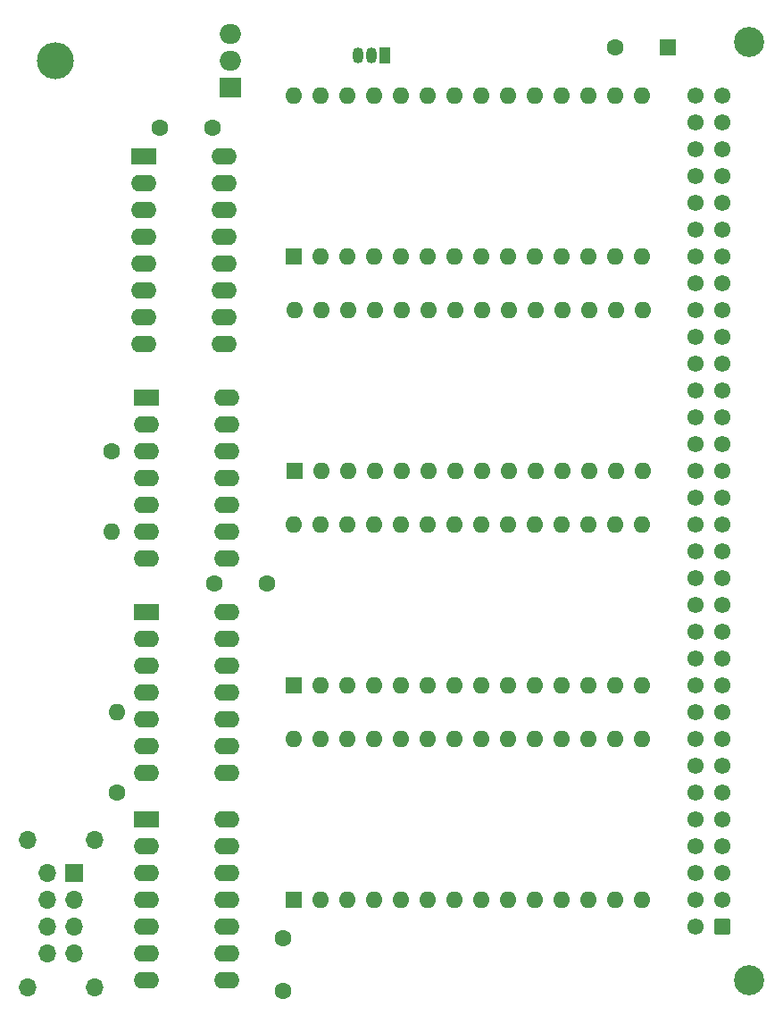
<source format=gbs>
%TF.GenerationSoftware,KiCad,Pcbnew,8.0.3+1*%
%TF.CreationDate,2024-07-14T18:41:45+02:00*%
%TF.ProjectId,QL_GST_Rom_board,514c5f47-5354-45f5-926f-6d5f626f6172,rev?*%
%TF.SameCoordinates,Original*%
%TF.FileFunction,Soldermask,Bot*%
%TF.FilePolarity,Negative*%
%FSLAX46Y46*%
G04 Gerber Fmt 4.6, Leading zero omitted, Abs format (unit mm)*
G04 Created by KiCad (PCBNEW 8.0.3+1) date 2024-07-14 18:41:45*
%MOMM*%
%LPD*%
G01*
G04 APERTURE LIST*
G04 Aperture macros list*
%AMRoundRect*
0 Rectangle with rounded corners*
0 $1 Rounding radius*
0 $2 $3 $4 $5 $6 $7 $8 $9 X,Y pos of 4 corners*
0 Add a 4 corners polygon primitive as box body*
4,1,4,$2,$3,$4,$5,$6,$7,$8,$9,$2,$3,0*
0 Add four circle primitives for the rounded corners*
1,1,$1+$1,$2,$3*
1,1,$1+$1,$4,$5*
1,1,$1+$1,$6,$7*
1,1,$1+$1,$8,$9*
0 Add four rect primitives between the rounded corners*
20,1,$1+$1,$2,$3,$4,$5,0*
20,1,$1+$1,$4,$5,$6,$7,0*
20,1,$1+$1,$6,$7,$8,$9,0*
20,1,$1+$1,$8,$9,$2,$3,0*%
G04 Aperture macros list end*
%ADD10R,1.600000X1.600000*%
%ADD11C,1.600000*%
%ADD12O,1.700000X1.700000*%
%ADD13R,1.700000X1.700000*%
%ADD14O,1.600000X1.600000*%
%ADD15R,2.400000X1.600000*%
%ADD16O,2.400000X1.600000*%
%ADD17C,2.850000*%
%ADD18RoundRect,0.249999X0.525001X-0.525001X0.525001X0.525001X-0.525001X0.525001X-0.525001X-0.525001X0*%
%ADD19C,1.550000*%
%ADD20O,3.500000X3.500000*%
%ADD21R,2.000000X1.905000*%
%ADD22O,2.000000X1.905000*%
%ADD23R,1.050000X1.500000*%
%ADD24O,1.050000X1.500000*%
G04 APERTURE END LIST*
D10*
%TO.C,C2*%
X233306000Y-48768000D03*
D11*
X228306000Y-48768000D03*
%TD*%
D12*
%TO.C,SW1*%
X172593000Y-123825000D03*
X172593000Y-137795000D03*
X178943000Y-123825000D03*
X178943000Y-137795000D03*
D13*
X177038000Y-127000000D03*
D12*
X177038000Y-129540000D03*
X177038000Y-132080000D03*
X177038000Y-134620000D03*
X174498000Y-127000000D03*
X174498000Y-129540000D03*
X174498000Y-132080000D03*
X174498000Y-134620000D03*
%TD*%
D11*
%TO.C,R1*%
X180594000Y-86995000D03*
D14*
X180594000Y-94615000D03*
%TD*%
D10*
%TO.C,U3*%
X197866000Y-109220000D03*
D14*
X200406000Y-109220000D03*
X202946000Y-109220000D03*
X205486000Y-109220000D03*
X208026000Y-109220000D03*
X210566000Y-109220000D03*
X213106000Y-109220000D03*
X215646000Y-109220000D03*
X218186000Y-109220000D03*
X220726000Y-109220000D03*
X223266000Y-109220000D03*
X225806000Y-109220000D03*
X228346000Y-109220000D03*
X230886000Y-109220000D03*
X230886000Y-93980000D03*
X228346000Y-93980000D03*
X225806000Y-93980000D03*
X223266000Y-93980000D03*
X220726000Y-93980000D03*
X218186000Y-93980000D03*
X215646000Y-93980000D03*
X213106000Y-93980000D03*
X210566000Y-93980000D03*
X208026000Y-93980000D03*
X205486000Y-93980000D03*
X202946000Y-93980000D03*
X200406000Y-93980000D03*
X197866000Y-93980000D03*
%TD*%
D10*
%TO.C,U1*%
X197866000Y-68580000D03*
D14*
X200406000Y-68580000D03*
X202946000Y-68580000D03*
X205486000Y-68580000D03*
X208026000Y-68580000D03*
X210566000Y-68580000D03*
X213106000Y-68580000D03*
X215646000Y-68580000D03*
X218186000Y-68580000D03*
X220726000Y-68580000D03*
X223266000Y-68580000D03*
X225806000Y-68580000D03*
X228346000Y-68580000D03*
X230886000Y-68580000D03*
X230886000Y-53340000D03*
X228346000Y-53340000D03*
X225806000Y-53340000D03*
X223266000Y-53340000D03*
X220726000Y-53340000D03*
X218186000Y-53340000D03*
X215646000Y-53340000D03*
X213106000Y-53340000D03*
X210566000Y-53340000D03*
X208026000Y-53340000D03*
X205486000Y-53340000D03*
X202946000Y-53340000D03*
X200406000Y-53340000D03*
X197866000Y-53340000D03*
%TD*%
D11*
%TO.C,R2*%
X181102000Y-119380000D03*
D14*
X181102000Y-111760000D03*
%TD*%
D10*
%TO.C,U2*%
X197876000Y-88880000D03*
D14*
X200416000Y-88880000D03*
X202956000Y-88880000D03*
X205496000Y-88880000D03*
X208036000Y-88880000D03*
X210576000Y-88880000D03*
X213116000Y-88880000D03*
X215656000Y-88880000D03*
X218196000Y-88880000D03*
X220736000Y-88880000D03*
X223276000Y-88880000D03*
X225816000Y-88880000D03*
X228356000Y-88880000D03*
X230896000Y-88880000D03*
X230896000Y-73640000D03*
X228356000Y-73640000D03*
X225816000Y-73640000D03*
X223276000Y-73640000D03*
X220736000Y-73640000D03*
X218196000Y-73640000D03*
X215656000Y-73640000D03*
X213116000Y-73640000D03*
X210576000Y-73640000D03*
X208036000Y-73640000D03*
X205496000Y-73640000D03*
X202956000Y-73640000D03*
X200416000Y-73640000D03*
X197876000Y-73640000D03*
%TD*%
D15*
%TO.C,U7*%
X183896000Y-102235000D03*
D16*
X183896000Y-104775000D03*
X183896000Y-107315000D03*
X183896000Y-109855000D03*
X183896000Y-112395000D03*
X183896000Y-114935000D03*
X183896000Y-117475000D03*
X191516000Y-117475000D03*
X191516000Y-114935000D03*
X191516000Y-112395000D03*
X191516000Y-109855000D03*
X191516000Y-107315000D03*
X191516000Y-104775000D03*
X191516000Y-102235000D03*
%TD*%
D17*
%TO.C,J1*%
X241046000Y-48260000D03*
X241046000Y-137160000D03*
D18*
X238506000Y-132080000D03*
D19*
X238506000Y-129540000D03*
X238506000Y-127000000D03*
X238506000Y-124460000D03*
X238506000Y-121920000D03*
X238506000Y-119380000D03*
X238506000Y-116840000D03*
X238506000Y-114300000D03*
X238506000Y-111760000D03*
X238506000Y-109220000D03*
X238506000Y-106680000D03*
X238506000Y-104140000D03*
X238506000Y-101600000D03*
X238506000Y-99060000D03*
X238506000Y-96520000D03*
X238506000Y-93980000D03*
X238506000Y-91440000D03*
X238506000Y-88900000D03*
X238506000Y-86360000D03*
X238506000Y-83820000D03*
X238506000Y-81280000D03*
X238506000Y-78740000D03*
X238506000Y-76200000D03*
X238506000Y-73660000D03*
X238506000Y-71120000D03*
X238506000Y-68580000D03*
X238506000Y-66040000D03*
X238506000Y-63500000D03*
X238506000Y-60960000D03*
X238506000Y-58420000D03*
X238506000Y-55880000D03*
X238506000Y-53340000D03*
X235966000Y-132080000D03*
X235966000Y-129540000D03*
X235966000Y-127000000D03*
X235966000Y-124460000D03*
X235966000Y-121920000D03*
X235966000Y-119380000D03*
X235966000Y-116840000D03*
X235966000Y-114300000D03*
X235966000Y-111760000D03*
X235966000Y-109220000D03*
X235966000Y-106680000D03*
X235966000Y-104140000D03*
X235966000Y-101600000D03*
X235966000Y-99060000D03*
X235966000Y-96520000D03*
X235966000Y-93980000D03*
X235966000Y-91440000D03*
X235966000Y-88900000D03*
X235966000Y-86360000D03*
X235966000Y-83820000D03*
X235966000Y-81280000D03*
X235966000Y-78740000D03*
X235966000Y-76200000D03*
X235966000Y-73660000D03*
X235966000Y-71120000D03*
X235966000Y-68580000D03*
X235966000Y-66040000D03*
X235966000Y-63500000D03*
X235966000Y-60960000D03*
X235966000Y-58420000D03*
X235966000Y-55880000D03*
X235966000Y-53340000D03*
%TD*%
D20*
%TO.C,U9*%
X175196000Y-50038000D03*
D21*
X191856000Y-52578000D03*
D22*
X191856000Y-50038000D03*
X191856000Y-47498000D03*
%TD*%
D15*
%TO.C,U6*%
X183896000Y-81915000D03*
D16*
X183896000Y-84455000D03*
X183896000Y-86995000D03*
X183896000Y-89535000D03*
X183896000Y-92075000D03*
X183896000Y-94615000D03*
X183896000Y-97155000D03*
X191516000Y-97155000D03*
X191516000Y-94615000D03*
X191516000Y-92075000D03*
X191516000Y-89535000D03*
X191516000Y-86995000D03*
X191516000Y-84455000D03*
X191516000Y-81915000D03*
%TD*%
D10*
%TO.C,U4*%
X197866000Y-129540000D03*
D14*
X200406000Y-129540000D03*
X202946000Y-129540000D03*
X205486000Y-129540000D03*
X208026000Y-129540000D03*
X210566000Y-129540000D03*
X213106000Y-129540000D03*
X215646000Y-129540000D03*
X218186000Y-129540000D03*
X220726000Y-129540000D03*
X223266000Y-129540000D03*
X225806000Y-129540000D03*
X228346000Y-129540000D03*
X230886000Y-129540000D03*
X230886000Y-114300000D03*
X228346000Y-114300000D03*
X225806000Y-114300000D03*
X223266000Y-114300000D03*
X220726000Y-114300000D03*
X218186000Y-114300000D03*
X215646000Y-114300000D03*
X213106000Y-114300000D03*
X210566000Y-114300000D03*
X208026000Y-114300000D03*
X205486000Y-114300000D03*
X202946000Y-114300000D03*
X200406000Y-114300000D03*
X197866000Y-114300000D03*
%TD*%
D23*
%TO.C,Q1*%
X206502000Y-49530000D03*
D24*
X205232000Y-49530000D03*
X203962000Y-49530000D03*
%TD*%
D11*
%TO.C,C3*%
X195286000Y-99568000D03*
X190286000Y-99568000D03*
%TD*%
D15*
%TO.C,U8*%
X183896000Y-121920000D03*
D16*
X183896000Y-124460000D03*
X183896000Y-127000000D03*
X183896000Y-129540000D03*
X183896000Y-132080000D03*
X183896000Y-134620000D03*
X183896000Y-137160000D03*
X191516000Y-137160000D03*
X191516000Y-134620000D03*
X191516000Y-132080000D03*
X191516000Y-129540000D03*
X191516000Y-127000000D03*
X191516000Y-124460000D03*
X191516000Y-121920000D03*
%TD*%
D11*
%TO.C,C1*%
X196850000Y-133176000D03*
X196850000Y-138176000D03*
%TD*%
D15*
%TO.C,U5*%
X183642000Y-59055000D03*
D16*
X183642000Y-61595000D03*
X183642000Y-64135000D03*
X183642000Y-66675000D03*
X183642000Y-69215000D03*
X183642000Y-71755000D03*
X183642000Y-74295000D03*
X183642000Y-76835000D03*
X191262000Y-76835000D03*
X191262000Y-74295000D03*
X191262000Y-71755000D03*
X191262000Y-69215000D03*
X191262000Y-66675000D03*
X191262000Y-64135000D03*
X191262000Y-61595000D03*
X191262000Y-59055000D03*
%TD*%
D11*
%TO.C,C4*%
X190166000Y-56388000D03*
X185166000Y-56388000D03*
%TD*%
M02*

</source>
